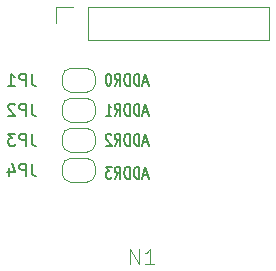
<source format=gbo>
G04 #@! TF.GenerationSoftware,KiCad,Pcbnew,(5.0.2)-1*
G04 #@! TF.CreationDate,2018-12-23T15:21:20+09:00*
G04 #@! TF.ProjectId,Nixie_Module_IN-14,4e697869-655f-44d6-9f64-756c655f494e,rev?*
G04 #@! TF.SameCoordinates,Original*
G04 #@! TF.FileFunction,Legend,Bot*
G04 #@! TF.FilePolarity,Positive*
%FSLAX46Y46*%
G04 Gerber Fmt 4.6, Leading zero omitted, Abs format (unit mm)*
G04 Created by KiCad (PCBNEW (5.0.2)-1) date 2018/12/23 15:21:20*
%MOMM*%
%LPD*%
G01*
G04 APERTURE LIST*
%ADD10C,0.180000*%
%ADD11C,0.120000*%
%ADD12C,0.088900*%
%ADD13C,0.150000*%
G04 APERTURE END LIST*
D10*
X77971428Y-77382666D02*
X77590476Y-77382666D01*
X78047619Y-77668380D02*
X77780952Y-76668380D01*
X77514285Y-77668380D01*
X77247619Y-77668380D02*
X77247619Y-76668380D01*
X77057142Y-76668380D01*
X76942857Y-76716000D01*
X76866666Y-76811238D01*
X76828571Y-76906476D01*
X76790476Y-77096952D01*
X76790476Y-77239809D01*
X76828571Y-77430285D01*
X76866666Y-77525523D01*
X76942857Y-77620761D01*
X77057142Y-77668380D01*
X77247619Y-77668380D01*
X76447619Y-77668380D02*
X76447619Y-76668380D01*
X76257142Y-76668380D01*
X76142857Y-76716000D01*
X76066666Y-76811238D01*
X76028571Y-76906476D01*
X75990476Y-77096952D01*
X75990476Y-77239809D01*
X76028571Y-77430285D01*
X76066666Y-77525523D01*
X76142857Y-77620761D01*
X76257142Y-77668380D01*
X76447619Y-77668380D01*
X75190476Y-77668380D02*
X75457142Y-77192190D01*
X75647619Y-77668380D02*
X75647619Y-76668380D01*
X75342857Y-76668380D01*
X75266666Y-76716000D01*
X75228571Y-76763619D01*
X75190476Y-76858857D01*
X75190476Y-77001714D01*
X75228571Y-77096952D01*
X75266666Y-77144571D01*
X75342857Y-77192190D01*
X75647619Y-77192190D01*
X74923809Y-76668380D02*
X74428571Y-76668380D01*
X74695238Y-77049333D01*
X74580952Y-77049333D01*
X74504761Y-77096952D01*
X74466666Y-77144571D01*
X74428571Y-77239809D01*
X74428571Y-77477904D01*
X74466666Y-77573142D01*
X74504761Y-77620761D01*
X74580952Y-77668380D01*
X74809523Y-77668380D01*
X74885714Y-77620761D01*
X74923809Y-77573142D01*
X77971428Y-74588666D02*
X77590476Y-74588666D01*
X78047619Y-74874380D02*
X77780952Y-73874380D01*
X77514285Y-74874380D01*
X77247619Y-74874380D02*
X77247619Y-73874380D01*
X77057142Y-73874380D01*
X76942857Y-73922000D01*
X76866666Y-74017238D01*
X76828571Y-74112476D01*
X76790476Y-74302952D01*
X76790476Y-74445809D01*
X76828571Y-74636285D01*
X76866666Y-74731523D01*
X76942857Y-74826761D01*
X77057142Y-74874380D01*
X77247619Y-74874380D01*
X76447619Y-74874380D02*
X76447619Y-73874380D01*
X76257142Y-73874380D01*
X76142857Y-73922000D01*
X76066666Y-74017238D01*
X76028571Y-74112476D01*
X75990476Y-74302952D01*
X75990476Y-74445809D01*
X76028571Y-74636285D01*
X76066666Y-74731523D01*
X76142857Y-74826761D01*
X76257142Y-74874380D01*
X76447619Y-74874380D01*
X75190476Y-74874380D02*
X75457142Y-74398190D01*
X75647619Y-74874380D02*
X75647619Y-73874380D01*
X75342857Y-73874380D01*
X75266666Y-73922000D01*
X75228571Y-73969619D01*
X75190476Y-74064857D01*
X75190476Y-74207714D01*
X75228571Y-74302952D01*
X75266666Y-74350571D01*
X75342857Y-74398190D01*
X75647619Y-74398190D01*
X74885714Y-73969619D02*
X74847619Y-73922000D01*
X74771428Y-73874380D01*
X74580952Y-73874380D01*
X74504761Y-73922000D01*
X74466666Y-73969619D01*
X74428571Y-74064857D01*
X74428571Y-74160095D01*
X74466666Y-74302952D01*
X74923809Y-74874380D01*
X74428571Y-74874380D01*
X77971428Y-72048666D02*
X77590476Y-72048666D01*
X78047619Y-72334380D02*
X77780952Y-71334380D01*
X77514285Y-72334380D01*
X77247619Y-72334380D02*
X77247619Y-71334380D01*
X77057142Y-71334380D01*
X76942857Y-71382000D01*
X76866666Y-71477238D01*
X76828571Y-71572476D01*
X76790476Y-71762952D01*
X76790476Y-71905809D01*
X76828571Y-72096285D01*
X76866666Y-72191523D01*
X76942857Y-72286761D01*
X77057142Y-72334380D01*
X77247619Y-72334380D01*
X76447619Y-72334380D02*
X76447619Y-71334380D01*
X76257142Y-71334380D01*
X76142857Y-71382000D01*
X76066666Y-71477238D01*
X76028571Y-71572476D01*
X75990476Y-71762952D01*
X75990476Y-71905809D01*
X76028571Y-72096285D01*
X76066666Y-72191523D01*
X76142857Y-72286761D01*
X76257142Y-72334380D01*
X76447619Y-72334380D01*
X75190476Y-72334380D02*
X75457142Y-71858190D01*
X75647619Y-72334380D02*
X75647619Y-71334380D01*
X75342857Y-71334380D01*
X75266666Y-71382000D01*
X75228571Y-71429619D01*
X75190476Y-71524857D01*
X75190476Y-71667714D01*
X75228571Y-71762952D01*
X75266666Y-71810571D01*
X75342857Y-71858190D01*
X75647619Y-71858190D01*
X74428571Y-72334380D02*
X74885714Y-72334380D01*
X74657142Y-72334380D02*
X74657142Y-71334380D01*
X74733333Y-71477238D01*
X74809523Y-71572476D01*
X74885714Y-71620095D01*
X77971428Y-69508666D02*
X77590476Y-69508666D01*
X78047619Y-69794380D02*
X77780952Y-68794380D01*
X77514285Y-69794380D01*
X77247619Y-69794380D02*
X77247619Y-68794380D01*
X77057142Y-68794380D01*
X76942857Y-68842000D01*
X76866666Y-68937238D01*
X76828571Y-69032476D01*
X76790476Y-69222952D01*
X76790476Y-69365809D01*
X76828571Y-69556285D01*
X76866666Y-69651523D01*
X76942857Y-69746761D01*
X77057142Y-69794380D01*
X77247619Y-69794380D01*
X76447619Y-69794380D02*
X76447619Y-68794380D01*
X76257142Y-68794380D01*
X76142857Y-68842000D01*
X76066666Y-68937238D01*
X76028571Y-69032476D01*
X75990476Y-69222952D01*
X75990476Y-69365809D01*
X76028571Y-69556285D01*
X76066666Y-69651523D01*
X76142857Y-69746761D01*
X76257142Y-69794380D01*
X76447619Y-69794380D01*
X75190476Y-69794380D02*
X75457142Y-69318190D01*
X75647619Y-69794380D02*
X75647619Y-68794380D01*
X75342857Y-68794380D01*
X75266666Y-68842000D01*
X75228571Y-68889619D01*
X75190476Y-68984857D01*
X75190476Y-69127714D01*
X75228571Y-69222952D01*
X75266666Y-69270571D01*
X75342857Y-69318190D01*
X75647619Y-69318190D01*
X74695238Y-68794380D02*
X74619047Y-68794380D01*
X74542857Y-68842000D01*
X74504761Y-68889619D01*
X74466666Y-68984857D01*
X74428571Y-69175333D01*
X74428571Y-69413428D01*
X74466666Y-69603904D01*
X74504761Y-69699142D01*
X74542857Y-69746761D01*
X74619047Y-69794380D01*
X74695238Y-69794380D01*
X74771428Y-69746761D01*
X74809523Y-69699142D01*
X74847619Y-69603904D01*
X74885714Y-69413428D01*
X74885714Y-69175333D01*
X74847619Y-68984857D01*
X74809523Y-68889619D01*
X74771428Y-68842000D01*
X74695238Y-68794380D01*
D11*
G04 #@! TO.C,J1*
X72898000Y-63126000D02*
X88258000Y-63126000D01*
X88258000Y-63126000D02*
X88258000Y-65906000D01*
X88258000Y-65906000D02*
X72898000Y-65906000D01*
X72898000Y-65906000D02*
X72898000Y-63126000D01*
X71628000Y-63126000D02*
X70238000Y-63126000D01*
X70238000Y-63126000D02*
X70238000Y-64516000D01*
G04 #@! TO.C,JP1*
X72836000Y-68342000D02*
X71436000Y-68342000D01*
X70736000Y-69042000D02*
X70736000Y-69642000D01*
X71436000Y-70342000D02*
X72836000Y-70342000D01*
X73536000Y-69642000D02*
X73536000Y-69042000D01*
X73536000Y-69042000D02*
G75*
G03X72836000Y-68342000I-700000J0D01*
G01*
X72836000Y-70342000D02*
G75*
G03X73536000Y-69642000I0J700000D01*
G01*
X70736000Y-69642000D02*
G75*
G03X71436000Y-70342000I700000J0D01*
G01*
X71436000Y-68342000D02*
G75*
G03X70736000Y-69042000I0J-700000D01*
G01*
G04 #@! TO.C,JP2*
X71436000Y-70882000D02*
G75*
G03X70736000Y-71582000I0J-700000D01*
G01*
X70736000Y-72182000D02*
G75*
G03X71436000Y-72882000I700000J0D01*
G01*
X72836000Y-72882000D02*
G75*
G03X73536000Y-72182000I0J700000D01*
G01*
X73536000Y-71582000D02*
G75*
G03X72836000Y-70882000I-700000J0D01*
G01*
X73536000Y-72182000D02*
X73536000Y-71582000D01*
X71436000Y-72882000D02*
X72836000Y-72882000D01*
X70736000Y-71582000D02*
X70736000Y-72182000D01*
X72836000Y-70882000D02*
X71436000Y-70882000D01*
G04 #@! TO.C,JP3*
X71436000Y-73422000D02*
G75*
G03X70736000Y-74122000I0J-700000D01*
G01*
X70736000Y-74722000D02*
G75*
G03X71436000Y-75422000I700000J0D01*
G01*
X72836000Y-75422000D02*
G75*
G03X73536000Y-74722000I0J700000D01*
G01*
X73536000Y-74122000D02*
G75*
G03X72836000Y-73422000I-700000J0D01*
G01*
X73536000Y-74722000D02*
X73536000Y-74122000D01*
X71436000Y-75422000D02*
X72836000Y-75422000D01*
X70736000Y-74122000D02*
X70736000Y-74722000D01*
X72836000Y-73422000D02*
X71436000Y-73422000D01*
G04 #@! TO.C,JP4*
X72836000Y-75962000D02*
X71436000Y-75962000D01*
X70736000Y-76662000D02*
X70736000Y-77262000D01*
X71436000Y-77962000D02*
X72836000Y-77962000D01*
X73536000Y-77262000D02*
X73536000Y-76662000D01*
X73536000Y-76662000D02*
G75*
G03X72836000Y-75962000I-700000J0D01*
G01*
X72836000Y-77962000D02*
G75*
G03X73536000Y-77262000I0J700000D01*
G01*
X70736000Y-77262000D02*
G75*
G03X71436000Y-77962000I700000J0D01*
G01*
X71436000Y-75962000D02*
G75*
G03X70736000Y-76662000I0J-700000D01*
G01*
G04 #@! TO.C,N1*
D12*
X76502380Y-84902523D02*
X76502380Y-83632523D01*
X77228095Y-84902523D01*
X77228095Y-83632523D01*
X78498095Y-84902523D02*
X77772380Y-84902523D01*
X78135238Y-84902523D02*
X78135238Y-83632523D01*
X78014285Y-83813952D01*
X77893333Y-83934904D01*
X77772380Y-83995380D01*
G04 #@! TO.C,JP1*
D13*
X68143333Y-68794380D02*
X68143333Y-69508666D01*
X68190952Y-69651523D01*
X68286190Y-69746761D01*
X68429047Y-69794380D01*
X68524285Y-69794380D01*
X67667142Y-69794380D02*
X67667142Y-68794380D01*
X67286190Y-68794380D01*
X67190952Y-68842000D01*
X67143333Y-68889619D01*
X67095714Y-68984857D01*
X67095714Y-69127714D01*
X67143333Y-69222952D01*
X67190952Y-69270571D01*
X67286190Y-69318190D01*
X67667142Y-69318190D01*
X66143333Y-69794380D02*
X66714761Y-69794380D01*
X66429047Y-69794380D02*
X66429047Y-68794380D01*
X66524285Y-68937238D01*
X66619523Y-69032476D01*
X66714761Y-69080095D01*
G04 #@! TO.C,JP2*
X68143333Y-71334380D02*
X68143333Y-72048666D01*
X68190952Y-72191523D01*
X68286190Y-72286761D01*
X68429047Y-72334380D01*
X68524285Y-72334380D01*
X67667142Y-72334380D02*
X67667142Y-71334380D01*
X67286190Y-71334380D01*
X67190952Y-71382000D01*
X67143333Y-71429619D01*
X67095714Y-71524857D01*
X67095714Y-71667714D01*
X67143333Y-71762952D01*
X67190952Y-71810571D01*
X67286190Y-71858190D01*
X67667142Y-71858190D01*
X66714761Y-71429619D02*
X66667142Y-71382000D01*
X66571904Y-71334380D01*
X66333809Y-71334380D01*
X66238571Y-71382000D01*
X66190952Y-71429619D01*
X66143333Y-71524857D01*
X66143333Y-71620095D01*
X66190952Y-71762952D01*
X66762380Y-72334380D01*
X66143333Y-72334380D01*
G04 #@! TO.C,JP3*
X68143333Y-73874380D02*
X68143333Y-74588666D01*
X68190952Y-74731523D01*
X68286190Y-74826761D01*
X68429047Y-74874380D01*
X68524285Y-74874380D01*
X67667142Y-74874380D02*
X67667142Y-73874380D01*
X67286190Y-73874380D01*
X67190952Y-73922000D01*
X67143333Y-73969619D01*
X67095714Y-74064857D01*
X67095714Y-74207714D01*
X67143333Y-74302952D01*
X67190952Y-74350571D01*
X67286190Y-74398190D01*
X67667142Y-74398190D01*
X66762380Y-73874380D02*
X66143333Y-73874380D01*
X66476666Y-74255333D01*
X66333809Y-74255333D01*
X66238571Y-74302952D01*
X66190952Y-74350571D01*
X66143333Y-74445809D01*
X66143333Y-74683904D01*
X66190952Y-74779142D01*
X66238571Y-74826761D01*
X66333809Y-74874380D01*
X66619523Y-74874380D01*
X66714761Y-74826761D01*
X66762380Y-74779142D01*
G04 #@! TO.C,JP4*
X68143333Y-76414380D02*
X68143333Y-77128666D01*
X68190952Y-77271523D01*
X68286190Y-77366761D01*
X68429047Y-77414380D01*
X68524285Y-77414380D01*
X67667142Y-77414380D02*
X67667142Y-76414380D01*
X67286190Y-76414380D01*
X67190952Y-76462000D01*
X67143333Y-76509619D01*
X67095714Y-76604857D01*
X67095714Y-76747714D01*
X67143333Y-76842952D01*
X67190952Y-76890571D01*
X67286190Y-76938190D01*
X67667142Y-76938190D01*
X66238571Y-76747714D02*
X66238571Y-77414380D01*
X66476666Y-76366761D02*
X66714761Y-77081047D01*
X66095714Y-77081047D01*
G04 #@! TD*
M02*

</source>
